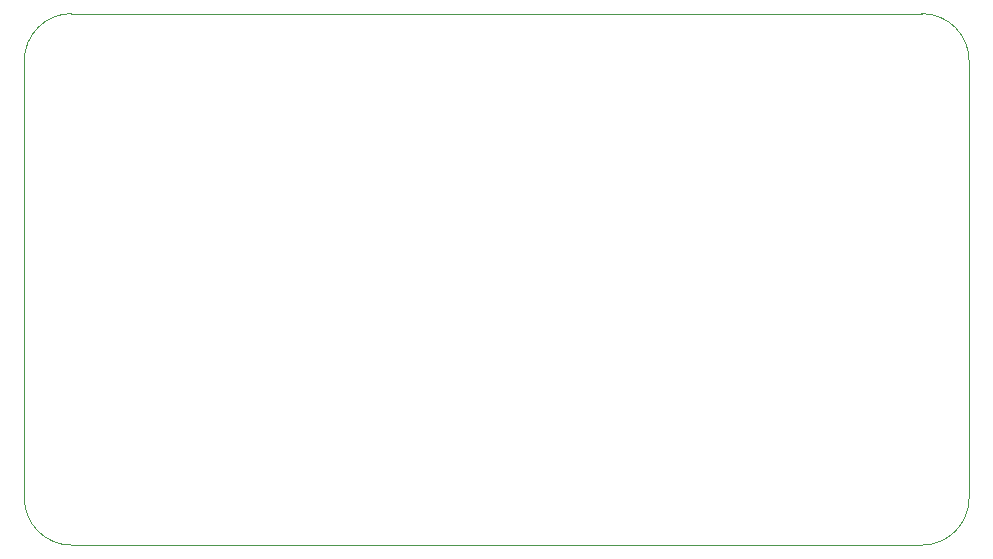
<source format=gbr>
G04 #@! TF.FileFunction,Profile,NP*
%FSLAX46Y46*%
G04 Gerber Fmt 4.6, Leading zero omitted, Abs format (unit mm)*
G04 Created by KiCad (PCBNEW 4.0.5) date 05/28/17 14:54:10*
%MOMM*%
%LPD*%
G01*
G04 APERTURE LIST*
%ADD10C,0.150000*%
%ADD11C,0.100000*%
G04 APERTURE END LIST*
D10*
D11*
X0Y-4000000D02*
X0Y-41000000D01*
X80000000Y-41000000D02*
X80000000Y-4000000D01*
X76000000Y-45000000D02*
X4000000Y-45000000D01*
X4000000Y0D02*
X76000000Y0D01*
X0Y-41000000D02*
G75*
G03X4000000Y-45000000I4000000J0D01*
G01*
X76000000Y-45000000D02*
G75*
G03X80000000Y-41000000I0J4000000D01*
G01*
X80000000Y-4000000D02*
G75*
G03X76000000Y0I-4000000J0D01*
G01*
X4000000Y0D02*
G75*
G03X0Y-4000000I0J-4000000D01*
G01*
M02*

</source>
